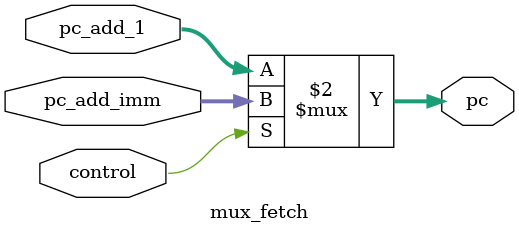
<source format=v>
module mux_fetch #(
    parameter PC_WIDTH = 32
)(
    input [PC_WIDTH-1:0] pc_add_imm,
    input [PC_WIDTH-1:0] pc_add_1,
    input control,
    output [PC_WIDTH-1:0] pc
);
assign pc = (~control) ? pc_add_1 : pc_add_imm;

endmodule
</source>
